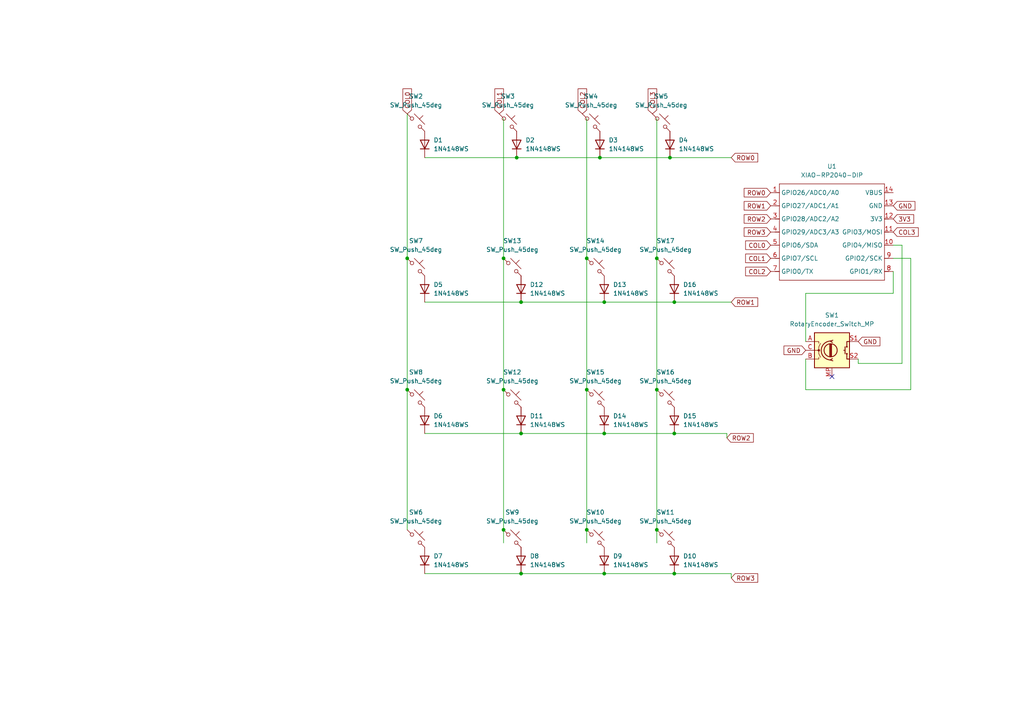
<source format=kicad_sch>
(kicad_sch (version 20250114) (generator "eeschema") (generator_version "9.0")
  (paper "A4")
  (lib_symbols
    (symbol "Device:RotaryEncoder_Switch_MP" (pin_names (offset 0.254) (hide yes))
      (property "Reference" "SW" (at 0 8.89 0))
      (property "Value" "RotaryEncoder_Switch_MP" (at 0 6.35 0))
      (symbol "RotaryEncoder_Switch_MP_0_1"
        (rectangle (start -5.08 5.08) (end 5.08 -5.08) (stroke (width 0.254)) (fill (type background)))
        (polyline (pts (xy -5.08 2.54) (xy -3.81 2.54) (xy -3.81 2.032)))
        (polyline (pts (xy -5.08 0) (xy -3.81 0) (xy -3.81 -1.016) (xy -3.302 -2.032)))
        (polyline (pts (xy -5.08 -2.54) (xy -3.81 -2.54) (xy -3.81 -2.032)))
        (polyline (pts (xy -4.318 0) (xy -3.81 0) (xy -3.81 1.016) (xy -3.302 2.032)))
        (circle (center -3.81 0) (radius 0.254) (fill (type outline)))
        (polyline (pts (xy -0.635 -1.778) (xy -0.635 1.778)) (stroke (width 0.254)))
        (circle (center -0.381 0) (radius 1.905) (stroke (width 0.254)))
        (polyline (pts (xy -0.381 -1.778) (xy -0.381 1.778)) (stroke (width 0.254)))
        (arc (start -0.381 -2.794) (mid -3.0988 -0.0635) (end -0.381 2.667) (stroke (width 0.254)))
        (polyline (pts (xy -0.127 1.778) (xy -0.127 -1.778)) (stroke (width 0.254)))
        (polyline (pts (xy 0.254 2.921) (xy -0.508 2.667) (xy 0.127 2.286)) (stroke (width 0.254)))
        (polyline (pts (xy 0.254 -3.048) (xy -0.508 -2.794) (xy 0.127 -2.413)) (stroke (width 0.254)))
        (polyline (pts (xy 3.81 1.016) (xy 3.81 -1.016)) (stroke (width 0.254)))
        (polyline (pts (xy 3.81 0) (xy 3.429 0)) (stroke (width 0.254)))
        (circle (center 4.318 1.016) (radius 0.127) (stroke (width 0.254)))
        (circle (center 4.318 -1.016) (radius 0.127) (stroke (width 0.254)))
        (polyline (pts (xy 5.08 2.54) (xy 4.318 2.54) (xy 4.318 1.016)) (stroke (width 0.254)))
        (polyline (pts (xy 5.08 -2.54) (xy 4.318 -2.54) (xy 4.318 -1.016)) (stroke (width 0.254)))
      )
      (symbol "RotaryEncoder_Switch_MP_1_1"
        (pin passive line (at -7.62 2.54 0) (length 2.54) (name "A") (number "A"))
        (pin passive line (at -7.62 0 0) (length 2.54) (name "C") (number "C"))
        (pin passive line (at -7.62 -2.54 0) (length 2.54) (name "B") (number "B"))
        (pin passive line (at 0 -7.62 90) (length 2.54) (name "MP") (number "MP"))
        (pin passive line (at 7.62 2.54 180) (length 2.54) (name "S1") (number "S1"))
        (pin passive line (at 7.62 -2.54 180) (length 2.54) (name "S2") (number "S2"))
      )
    )
    (symbol "Diode:1N4148WS" (pin_numbers (hide yes)) (pin_names (hide yes))
      (property "Reference" "D" (at 0 2.54 0))
      (property "Value" "1N4148WS" (at 0 -2.54 0))
      (symbol "1N4148WS_0_1"
        (polyline (pts (xy -1.27 1.27) (xy -1.27 -1.27)) (stroke (width 0.254)))
        (polyline (pts (xy 1.27 1.27) (xy 1.27 -1.27) (xy -1.27 0) (xy 1.27 1.27)) (stroke (width 0.254)))
        (polyline (pts (xy 1.27 0) (xy -1.27 0)))
      )
      (symbol "1N4148WS_1_1"
        (pin passive line (at -3.81 0 0) (length 2.54) (name "K") (number "1"))
        (pin passive line (at 3.81 0 180) (length 2.54) (name "A") (number "2"))
      )
    )
    (symbol "Seeed_Studio_XIAO_Series:XIAO-RP2040-DIP"
      (property "Reference" "U" (at 0 0 0))
      (property "Value" "XIAO-RP2040-DIP" (at 5.334 -1.778 0))
      (symbol "XIAO-RP2040-DIP_1_0"
        (polyline (pts (xy -1.27 -2.54) (xy 29.21 -2.54)) (stroke (width 0.1524)))
        (polyline (pts (xy -1.27 -5.08) (xy -2.54 -5.08)) (stroke (width 0.1524)))
        (polyline (pts (xy -1.27 -5.08) (xy -1.27 -2.54)) (stroke (width 0.1524)))
        (polyline (pts (xy -1.27 -8.89) (xy -2.54 -8.89)) (stroke (width 0.1524)))
        (polyline (pts (xy -1.27 -8.89) (xy -1.27 -5.08)) (stroke (width 0.1524)))
        (polyline (pts (xy -1.27 -12.7) (xy -2.54 -12.7)) (stroke (width 0.1524)))
        (polyline (pts (xy -1.27 -12.7) (xy -1.27 -8.89)) (stroke (width 0.1524)))
        (polyline (pts (xy -1.27 -16.51) (xy -2.54 -16.51)) (stroke (width 0.1524)))
        (polyline (pts (xy -1.27 -16.51) (xy -1.27 -12.7)) (stroke (width 0.1524)))
        (polyline (pts (xy -1.27 -20.32) (xy -2.54 -20.32)) (stroke (width 0.1524)))
        (polyline (pts (xy -1.27 -24.13) (xy -2.54 -24.13)) (stroke (width 0.1524)))
        (polyline (pts (xy -1.27 -27.94) (xy -2.54 -27.94)) (stroke (width 0.1524)))
        (polyline (pts (xy -1.27 -30.48) (xy -1.27 -16.51)) (stroke (width 0.1524)))
        (polyline (pts (xy 29.21 -2.54) (xy 29.21 -5.08)) (stroke (width 0.1524)))
        (polyline (pts (xy 29.21 -5.08) (xy 29.21 -8.89)) (stroke (width 0.1524)))
        (polyline (pts (xy 29.21 -8.89) (xy 29.21 -12.7)) (stroke (width 0.1524)))
        (polyline (pts (xy 29.21 -12.7) (xy 29.21 -30.48)) (stroke (width 0.1524)))
        (polyline (pts (xy 29.21 -30.48) (xy -1.27 -30.48)) (stroke (width 0.1524)))
        (polyline (pts (xy 30.48 -5.08) (xy 29.21 -5.08)) (stroke (width 0.1524)))
        (polyline (pts (xy 30.48 -8.89) (xy 29.21 -8.89)) (stroke (width 0.1524)))
        (polyline (pts (xy 30.48 -12.7) (xy 29.21 -12.7)) (stroke (width 0.1524)))
        (polyline (pts (xy 30.48 -16.51) (xy 29.21 -16.51)) (stroke (width 0.1524)))
        (polyline (pts (xy 30.48 -20.32) (xy 29.21 -20.32)) (stroke (width 0.1524)))
        (polyline (pts (xy 30.48 -24.13) (xy 29.21 -24.13)) (stroke (width 0.1524)))
        (polyline (pts (xy 30.48 -27.94) (xy 29.21 -27.94)) (stroke (width 0.1524)))
        (pin passive line (at -3.81 -5.08 0) (length 2.54) (name "GPIO26/ADC0/A0") (number "1"))
        (pin passive line (at -3.81 -8.89 0) (length 2.54) (name "GPIO27/ADC1/A1") (number "2"))
        (pin passive line (at -3.81 -12.7 0) (length 2.54) (name "GPIO28/ADC2/A2") (number "3"))
        (pin passive line (at -3.81 -16.51 0) (length 2.54) (name "GPIO29/ADC3/A3") (number "4"))
        (pin passive line (at -3.81 -20.32 0) (length 2.54) (name "GPIO6/SDA") (number "5"))
        (pin passive line (at -3.81 -24.13 0) (length 2.54) (name "GPIO7/SCL") (number "6"))
        (pin passive line (at -3.81 -27.94 0) (length 2.54) (name "GPIO0/TX") (number "7"))
        (pin passive line (at 31.75 -5.08 180) (length 2.54) (name "VBUS") (number "14"))
        (pin passive line (at 31.75 -8.89 180) (length 2.54) (name "GND") (number "13"))
        (pin passive line (at 31.75 -12.7 180) (length 2.54) (name "3V3") (number "12"))
        (pin passive line (at 31.75 -16.51 180) (length 2.54) (name "GPIO3/MOSI") (number "11"))
        (pin passive line (at 31.75 -20.32 180) (length 2.54) (name "GPIO4/MISO") (number "10"))
        (pin passive line (at 31.75 -24.13 180) (length 2.54) (name "GPIO2/SCK") (number "9"))
        (pin passive line (at 31.75 -27.94 180) (length 2.54) (name "GPIO1/RX") (number "8"))
      )
    )
    (symbol "Switch:SW_Push_45deg" (pin_numbers (hide yes)) (pin_names (offset 1.016) (hide yes))
      (property "Reference" "SW" (at 3.048 1.016 0))
      (property "Value" "SW_Push_45deg" (at 0 -3.81 0))
      (symbol "SW_Push_45deg_0_1"
        (polyline (pts (xy -2.54 2.54) (xy -1.524 1.524) (xy -1.524 1.524)))
        (circle (center -1.1684 1.1684) (radius 0.508))
        (polyline (pts (xy -0.508 2.54) (xy 2.54 -0.508)))
        (polyline (pts (xy 1.016 1.016) (xy 2.032 2.032)))
        (circle (center 1.143 -1.1938) (radius 0.508))
        (polyline (pts (xy 1.524 -1.524) (xy 2.54 -2.54) (xy 2.54 -2.54) (xy 2.54 -2.54)))
        (pin passive line (at -2.54 2.54 0) (length 0) (name "1") (number "1"))
        (pin passive line (at 2.54 -2.54 180) (length 0) (name "2") (number "2"))
      )
    )
  )
  (junction (at 146.05 153.67))
  (junction (at 146.05 74.93))
  (junction (at 170.18 74.93))
  (junction (at 173.99 45.72))
  (junction (at 170.18 113.03))
  (junction (at 151.13 166.37))
  (junction (at 151.13 125.73))
  (junction (at 190.5 153.67))
  (junction (at 118.11 74.93))
  (junction (at 118.11 113.03))
  (junction (at 170.18 153.67))
  (junction (at 195.58 166.37))
  (junction (at 175.26 125.73))
  (junction (at 175.26 166.37))
  (junction (at 195.58 125.73))
  (junction (at 149.86 45.72))
  (junction (at 190.5 74.93))
  (junction (at 190.5 113.03))
  (junction (at 195.58 87.63))
  (junction (at 146.05 113.03))
  (junction (at 175.26 87.63))
  (junction (at 194.31 45.72))
  (junction (at 151.13 87.63))
  (no_connect (at 241.3 109.22))
  (wire (pts (xy 233.68 113.03) (xy 264.16 113.03)))
  (wire (pts (xy 170.18 113.03) (xy 170.18 153.67)))
  (wire (pts (xy 190.5 74.93) (xy 190.5 113.03)))
  (wire (pts (xy 151.13 166.37) (xy 175.26 166.37)))
  (wire (pts (xy 248.92 105.41) (xy 261.62 105.41)))
  (wire (pts (xy 151.13 125.73) (xy 175.26 125.73)))
  (wire (pts (xy 190.5 34.29) (xy 190.5 74.93)))
  (wire (pts (xy 123.19 87.63) (xy 151.13 87.63)))
  (wire (pts (xy 123.19 45.72) (xy 149.86 45.72)))
  (wire (pts (xy 123.19 166.37) (xy 151.13 166.37)))
  (wire (pts (xy 233.68 99.06) (xy 233.68 85.09)))
  (wire (pts (xy 210.82 125.73) (xy 210.82 127)))
  (wire (pts (xy 170.18 74.93) (xy 170.18 113.03)))
  (wire (pts (xy 175.26 125.73) (xy 195.58 125.73)))
  (wire (pts (xy 259.08 85.09) (xy 259.08 78.74)))
  (wire (pts (xy 146.05 113.03) (xy 146.05 153.67)))
  (wire (pts (xy 170.18 34.29) (xy 170.18 74.93)))
  (wire (pts (xy 195.58 166.37) (xy 212.09 166.37)))
  (wire (pts (xy 149.86 45.72) (xy 173.99 45.72)))
  (wire (pts (xy 195.58 125.73) (xy 210.82 125.73)))
  (wire (pts (xy 233.68 85.09) (xy 259.08 85.09)))
  (wire (pts (xy 212.09 166.37) (xy 212.09 167.64)))
  (wire (pts (xy 146.05 34.29) (xy 146.05 74.93)))
  (wire (pts (xy 261.62 105.41) (xy 261.62 71.12)))
  (wire (pts (xy 190.5 153.67) (xy 190.5 157.48)))
  (wire (pts (xy 194.31 45.72) (xy 212.09 45.72)))
  (wire (pts (xy 175.26 87.63) (xy 195.58 87.63)))
  (wire (pts (xy 118.11 113.03) (xy 118.11 153.67)))
  (wire (pts (xy 259.08 74.93) (xy 264.16 74.93)))
  (wire (pts (xy 233.68 104.14) (xy 233.68 113.03)))
  (wire (pts (xy 118.11 33.02) (xy 118.11 74.93)))
  (wire (pts (xy 190.5 113.03) (xy 190.5 153.67)))
  (wire (pts (xy 123.19 125.73) (xy 151.13 125.73)))
  (wire (pts (xy 173.99 45.72) (xy 194.31 45.72)))
  (wire (pts (xy 261.62 71.12) (xy 259.08 71.12)))
  (wire (pts (xy 175.26 166.37) (xy 195.58 166.37)))
  (wire (pts (xy 146.05 153.67) (xy 146.05 157.48)))
  (wire (pts (xy 195.58 87.63) (xy 212.09 87.63)))
  (wire (pts (xy 146.05 74.93) (xy 146.05 113.03)))
  (wire (pts (xy 264.16 113.03) (xy 264.16 74.93)))
  (wire (pts (xy 170.18 153.67) (xy 170.18 157.48)))
  (wire (pts (xy 151.13 87.63) (xy 175.26 87.63)))
  (wire (pts (xy 118.11 74.93) (xy 118.11 113.03)))
  (wire (pts (xy 248.92 105.41) (xy 248.92 104.14)))
  (global_label "ROW2" (shape input) (at 210.82 127 0) (property "Intersheetrefs" "${INTERSHEET_REFS}" (effects (hide yes))))
  (global_label "COL0" (shape input) (at 223.52 71.12 180) (property "Intersheetrefs" "${INTERSHEET_REFS}" (effects (hide yes))))
  (global_label "ROW1" (shape input) (at 223.52 59.69 180) (property "Intersheetrefs" "${INTERSHEET_REFS}" (effects (hide yes))))
  (global_label "COL2" (shape input) (at 223.52 78.74 180) (property "Intersheetrefs" "${INTERSHEET_REFS}" (effects (hide yes))))
  (global_label "GND" (shape input) (at 259.08 59.69 0) (property "Intersheetrefs" "${INTERSHEET_REFS}" (effects (hide yes))))
  (global_label "COL2" (shape input) (at 168.91 33.02 90) (property "Intersheetrefs" "${INTERSHEET_REFS}" (effects (hide yes))))
  (global_label "COL1" (shape input) (at 144.78 33.02 90) (property "Intersheetrefs" "${INTERSHEET_REFS}" (effects (hide yes))))
  (global_label "GND" (shape input) (at 233.68 101.6 180) (property "Intersheetrefs" "${INTERSHEET_REFS}" (effects (hide yes))))
  (global_label "ROW3" (shape input) (at 223.52 67.31 180) (property "Intersheetrefs" "${INTERSHEET_REFS}" (effects (hide yes))))
  (global_label "ROW0" (shape input) (at 212.09 45.72 0) (property "Intersheetrefs" "${INTERSHEET_REFS}" (effects (hide yes))))
  (global_label "COL0" (shape input) (at 118.11 33.02 90) (property "Intersheetrefs" "${INTERSHEET_REFS}" (effects (hide yes))))
  (global_label "COL1" (shape input) (at 223.52 74.93 180) (property "Intersheetrefs" "${INTERSHEET_REFS}" (effects (hide yes))))
  (global_label "3V3" (shape input) (at 259.08 63.5 0) (property "Intersheetrefs" "${INTERSHEET_REFS}" (effects (hide yes))))
  (global_label "ROW0" (shape input) (at 223.52 55.88 180) (property "Intersheetrefs" "${INTERSHEET_REFS}" (effects (hide yes))))
  (global_label "GND" (shape input) (at 248.92 99.06 0) (property "Intersheetrefs" "${INTERSHEET_REFS}" (effects (hide yes))))
  (global_label "COL3" (shape input) (at 259.08 67.31 0) (property "Intersheetrefs" "${INTERSHEET_REFS}" (effects (hide yes))))
  (global_label "ROW3" (shape input) (at 212.09 167.64 0) (property "Intersheetrefs" "${INTERSHEET_REFS}" (effects (hide yes))))
  (global_label "COL3" (shape input) (at 189.23 33.02 90) (property "Intersheetrefs" "${INTERSHEET_REFS}" (effects (hide yes))))
  (global_label "ROW2" (shape input) (at 223.52 63.5 180) (property "Intersheetrefs" "${INTERSHEET_REFS}" (effects (hide yes))))
  (global_label "ROW1" (shape input) (at 212.09 87.63 0) (property "Intersheetrefs" "${INTERSHEET_REFS}" (effects (hide yes))))
  (symbol (lib_id "Diode:1N4148WS") (at 194.31 41.91 90) (unit 1)
    (property "Reference" "D4" (at 196.85 40.6399 90) (effects (justify right)))
    (property "Value" "1N4148WS" (at 196.85 43.1799 90) (effects (justify right)))
    (property "Footprint" "Diode_SMD:D_SOD-323" (effects (hide yes)))
    (property "Datasheet" "https://www.vishay.com/docs/85751/1n4148ws.pdf" (effects (hide yes)))
    (property "Description" "75V 0.15A Fast switching Diode, SOD-323" (effects (hide yes)))
    (property "Sim.Device" "D" (effects (hide yes)))
    (property "Sim.Pins" "1=K 2=A" (effects (hide yes)))
  )
  (symbol (lib_id "Diode:1N4148WS") (at 151.13 83.82 90) (unit 1)
    (property "Reference" "D12" (at 153.67 82.5499 90) (effects (justify right)))
    (property "Value" "1N4148WS" (at 153.67 85.0899 90) (effects (justify right)))
    (property "Footprint" "Diode_SMD:D_SOD-323" (effects (hide yes)))
    (property "Datasheet" "https://www.vishay.com/docs/85751/1n4148ws.pdf" (effects (hide yes)))
    (property "Description" "75V 0.15A Fast switching Diode, SOD-323" (effects (hide yes)))
    (property "Sim.Device" "D" (effects (hide yes)))
    (property "Sim.Pins" "1=K 2=A" (effects (hide yes)))
  )
  (symbol (lib_id "Switch:SW_Push_45deg") (at 148.59 156.21 0) (unit 1)
    (property "Reference" "SW9" (at 148.59 148.59 0))
    (property "Value" "SW_Push_45deg" (at 148.59 151.13 0))
    (property "Footprint" "Button_Switch_Keyboard:SW_Cherry_MX_1.00u_PCB" (effects (hide yes)))
    (property "Description" "Push button switch, normally open, two pins, 45° tilted" (effects (hide yes)))
  )
  (symbol (lib_id "Diode:1N4148WS") (at 151.13 121.92 90) (unit 1)
    (property "Reference" "D11" (at 153.67 120.6499 90) (effects (justify right)))
    (property "Value" "1N4148WS" (at 153.67 123.1899 90) (effects (justify right)))
    (property "Footprint" "Diode_SMD:D_SOD-323" (effects (hide yes)))
    (property "Datasheet" "https://www.vishay.com/docs/85751/1n4148ws.pdf" (effects (hide yes)))
    (property "Description" "75V 0.15A Fast switching Diode, SOD-323" (effects (hide yes)))
    (property "Sim.Device" "D" (effects (hide yes)))
    (property "Sim.Pins" "1=K 2=A" (effects (hide yes)))
  )
  (symbol (lib_id "Switch:SW_Push_45deg") (at 172.72 77.47 0) (unit 1)
    (property "Reference" "SW14" (at 172.72 69.85 0))
    (property "Value" "SW_Push_45deg" (at 172.72 72.39 0))
    (property "Footprint" "Button_Switch_Keyboard:SW_Cherry_MX_1.75u_PCB" (effects (hide yes)))
    (property "Description" "Push button switch, normally open, two pins, 45° tilted" (effects (hide yes)))
  )
  (symbol (lib_id "Diode:1N4148WS") (at 175.26 121.92 90) (unit 1)
    (property "Reference" "D14" (at 177.8 120.6499 90) (effects (justify right)))
    (property "Value" "1N4148WS" (at 177.8 123.1899 90) (effects (justify right)))
    (property "Footprint" "Diode_SMD:D_SOD-323" (effects (hide yes)))
    (property "Datasheet" "https://www.vishay.com/docs/85751/1n4148ws.pdf" (effects (hide yes)))
    (property "Description" "75V 0.15A Fast switching Diode, SOD-323" (effects (hide yes)))
    (property "Sim.Device" "D" (effects (hide yes)))
    (property "Sim.Pins" "1=K 2=A" (effects (hide yes)))
  )
  (symbol (lib_id "Diode:1N4148WS") (at 173.99 41.91 90) (unit 1)
    (property "Reference" "D3" (at 176.53 40.6399 90) (effects (justify right)))
    (property "Value" "1N4148WS" (at 176.53 43.1799 90) (effects (justify right)))
    (property "Footprint" "Diode_SMD:D_SOD-323" (effects (hide yes)))
    (property "Datasheet" "https://www.vishay.com/docs/85751/1n4148ws.pdf" (effects (hide yes)))
    (property "Description" "75V 0.15A Fast switching Diode, SOD-323" (effects (hide yes)))
    (property "Sim.Device" "D" (effects (hide yes)))
    (property "Sim.Pins" "1=K 2=A" (effects (hide yes)))
  )
  (symbol (lib_id "Switch:SW_Push_45deg") (at 147.32 35.56 0) (unit 1)
    (property "Reference" "SW3" (at 147.32 27.94 0))
    (property "Value" "SW_Push_45deg" (at 147.32 30.48 0))
    (property "Footprint" "Button_Switch_Keyboard:SW_Cherry_MX_2.25u_PCB" (effects (hide yes)))
    (property "Description" "Push button switch, normally open, two pins, 45° tilted" (effects (hide yes)))
  )
  (symbol (lib_id "Switch:SW_Push_45deg") (at 148.59 115.57 0) (unit 1)
    (property "Reference" "SW12" (at 148.59 107.95 0))
    (property "Value" "SW_Push_45deg" (at 148.59 110.49 0))
    (property "Footprint" "Button_Switch_Keyboard:SW_Cherry_MX_1.00u_PCB" (effects (hide yes)))
    (property "Description" "Push button switch, normally open, two pins, 45° tilted" (effects (hide yes)))
  )
  (symbol (lib_id "Diode:1N4148WS") (at 123.19 83.82 90) (unit 1)
    (property "Reference" "D5" (at 125.73 82.5499 90) (effects (justify right)))
    (property "Value" "1N4148WS" (at 125.73 85.0899 90) (effects (justify right)))
    (property "Footprint" "Diode_SMD:D_SOD-323" (effects (hide yes)))
    (property "Datasheet" "https://www.vishay.com/docs/85751/1n4148ws.pdf" (effects (hide yes)))
    (property "Description" "75V 0.15A Fast switching Diode, SOD-323" (effects (hide yes)))
    (property "Sim.Device" "D" (effects (hide yes)))
    (property "Sim.Pins" "1=K 2=A" (effects (hide yes)))
  )
  (symbol (lib_id "Diode:1N4148WS") (at 123.19 41.91 90) (unit 1)
    (property "Reference" "D1" (at 125.73 40.6399 90) (effects (justify right)))
    (property "Value" "1N4148WS" (at 125.73 43.1799 90) (effects (justify right)))
    (property "Footprint" "Diode_SMD:D_SOD-323" (effects (hide yes)))
    (property "Datasheet" "https://www.vishay.com/docs/85751/1n4148ws.pdf" (effects (hide yes)))
    (property "Description" "75V 0.15A Fast switching Diode, SOD-323" (effects (hide yes)))
    (property "Sim.Device" "D" (effects (hide yes)))
    (property "Sim.Pins" "1=K 2=A" (effects (hide yes)))
  )
  (symbol (lib_id "Seeed_Studio_XIAO_Series:XIAO-RP2040-DIP") (at 227.33 50.8 0) (unit 1)
    (property "Reference" "U1" (at 241.3 48.26 0))
    (property "Value" "XIAO-RP2040-DIP" (at 241.3 50.8 0))
    (property "Footprint" "Seeed Studio XIAO Series Library:XIAO-RP2040-DIP" (effects (hide yes)))
  )
  (symbol (lib_id "Switch:SW_Push_45deg") (at 171.45 35.56 0) (unit 1)
    (property "Reference" "SW4" (at 171.45 27.94 0))
    (property "Value" "SW_Push_45deg" (at 171.45 30.48 0))
    (property "Footprint" "Button_Switch_Keyboard:SW_Cherry_MX_1.00u_PCB" (effects (hide yes)))
    (property "Description" "Push button switch, normally open, two pins, 45° tilted" (effects (hide yes)))
  )
  (symbol (lib_id "Switch:SW_Push_45deg") (at 120.65 35.56 0) (unit 1)
    (property "Reference" "SW2" (at 120.65 27.94 0))
    (property "Value" "SW_Push_45deg" (at 120.65 30.48 0))
    (property "Footprint" "Button_Switch_Keyboard:SW_Cherry_MX_2.25u_PCB" (effects (hide yes)))
    (property "Description" "Push button switch, normally open, two pins, 45° tilted" (effects (hide yes)))
  )
  (symbol (lib_id "Switch:SW_Push_45deg") (at 193.04 77.47 0) (unit 1)
    (property "Reference" "SW17" (at 193.04 69.85 0))
    (property "Value" "SW_Push_45deg" (at 193.04 72.39 0))
    (property "Footprint" "Button_Switch_Keyboard:SW_Cherry_MX_1.00u_PCB" (effects (hide yes)))
    (property "Description" "Push button switch, normally open, two pins, 45° tilted" (effects (hide yes)))
  )
  (symbol (lib_id "Switch:SW_Push_45deg") (at 148.59 77.47 0) (unit 1)
    (property "Reference" "SW13" (at 148.59 69.85 0))
    (property "Value" "SW_Push_45deg" (at 148.59 72.39 0))
    (property "Footprint" "Button_Switch_Keyboard:SW_Cherry_MX_1.00u_PCB" (effects (hide yes)))
    (property "Description" "Push button switch, normally open, two pins, 45° tilted" (effects (hide yes)))
  )
  (symbol (lib_id "Diode:1N4148WS") (at 195.58 83.82 90) (unit 1)
    (property "Reference" "D16" (at 198.12 82.5499 90) (effects (justify right)))
    (property "Value" "1N4148WS" (at 198.12 85.0899 90) (effects (justify right)))
    (property "Footprint" "Diode_SMD:D_SOD-323" (effects (hide yes)))
    (property "Datasheet" "https://www.vishay.com/docs/85751/1n4148ws.pdf" (effects (hide yes)))
    (property "Description" "75V 0.15A Fast switching Diode, SOD-323" (effects (hide yes)))
    (property "Sim.Device" "D" (effects (hide yes)))
    (property "Sim.Pins" "1=K 2=A" (effects (hide yes)))
  )
  (symbol (lib_id "Switch:SW_Push_45deg") (at 191.77 35.56 0) (unit 1)
    (property "Reference" "SW5" (at 191.77 27.94 0))
    (property "Value" "SW_Push_45deg" (at 191.77 30.48 0))
    (property "Footprint" "Button_Switch_Keyboard:SW_Cherry_MX_1.00u_PCB" (effects (hide yes)))
    (property "Description" "Push button switch, normally open, two pins, 45° tilted" (effects (hide yes)))
  )
  (symbol (lib_id "Switch:SW_Push_45deg") (at 172.72 156.21 0) (unit 1)
    (property "Reference" "SW10" (at 172.72 148.59 0))
    (property "Value" "SW_Push_45deg" (at 172.72 151.13 0))
    (property "Footprint" "Button_Switch_Keyboard:SW_Cherry_MX_1.00u_PCB" (effects (hide yes)))
    (property "Description" "Push button switch, normally open, two pins, 45° tilted" (effects (hide yes)))
  )
  (symbol (lib_id "Diode:1N4148WS") (at 195.58 162.56 90) (unit 1)
    (property "Reference" "D10" (at 198.12 161.2899 90) (effects (justify right)))
    (property "Value" "1N4148WS" (at 198.12 163.8299 90) (effects (justify right)))
    (property "Footprint" "Diode_SMD:D_SOD-323" (effects (hide yes)))
    (property "Datasheet" "https://www.vishay.com/docs/85751/1n4148ws.pdf" (effects (hide yes)))
    (property "Description" "75V 0.15A Fast switching Diode, SOD-323" (effects (hide yes)))
    (property "Sim.Device" "D" (effects (hide yes)))
    (property "Sim.Pins" "1=K 2=A" (effects (hide yes)))
  )
  (symbol (lib_id "Switch:SW_Push_45deg") (at 120.65 115.57 0) (unit 1)
    (property "Reference" "SW8" (at 120.65 107.95 0))
    (property "Value" "SW_Push_45deg" (at 120.65 110.49 0))
    (property "Footprint" "Button_Switch_Keyboard:SW_Cherry_MX_1.00u_PCB" (effects (hide yes)))
    (property "Description" "Push button switch, normally open, two pins, 45° tilted" (effects (hide yes)))
  )
  (symbol (lib_id "Switch:SW_Push_45deg") (at 120.65 77.47 0) (unit 1)
    (property "Reference" "SW7" (at 120.65 69.85 0))
    (property "Value" "SW_Push_45deg" (at 120.65 72.39 0))
    (property "Footprint" "Button_Switch_Keyboard:SW_Cherry_MX_1.00u_PCB" (effects (hide yes)))
    (property "Description" "Push button switch, normally open, two pins, 45° tilted" (effects (hide yes)))
  )
  (symbol (lib_id "Diode:1N4148WS") (at 175.26 162.56 90) (unit 1)
    (property "Reference" "D9" (at 177.8 161.2899 90) (effects (justify right)))
    (property "Value" "1N4148WS" (at 177.8 163.8299 90) (effects (justify right)))
    (property "Footprint" "Diode_SMD:D_SOD-323" (effects (hide yes)))
    (property "Datasheet" "https://www.vishay.com/docs/85751/1n4148ws.pdf" (effects (hide yes)))
    (property "Description" "75V 0.15A Fast switching Diode, SOD-323" (effects (hide yes)))
    (property "Sim.Device" "D" (effects (hide yes)))
    (property "Sim.Pins" "1=K 2=A" (effects (hide yes)))
  )
  (symbol (lib_id "Switch:SW_Push_45deg") (at 172.72 115.57 0) (unit 1)
    (property "Reference" "SW15" (at 172.72 107.95 0))
    (property "Value" "SW_Push_45deg" (at 172.72 110.49 0))
    (property "Footprint" "Button_Switch_Keyboard:SW_Cherry_MX_1.00u_PCB" (effects (hide yes)))
    (property "Description" "Push button switch, normally open, two pins, 45° tilted" (effects (hide yes)))
  )
  (symbol (lib_id "Diode:1N4148WS") (at 195.58 121.92 90) (unit 1)
    (property "Reference" "D15" (at 198.12 120.6499 90) (effects (justify right)))
    (property "Value" "1N4148WS" (at 198.12 123.1899 90) (effects (justify right)))
    (property "Footprint" "Diode_SMD:D_SOD-323" (effects (hide yes)))
    (property "Datasheet" "https://www.vishay.com/docs/85751/1n4148ws.pdf" (effects (hide yes)))
    (property "Description" "75V 0.15A Fast switching Diode, SOD-323" (effects (hide yes)))
    (property "Sim.Device" "D" (effects (hide yes)))
    (property "Sim.Pins" "1=K 2=A" (effects (hide yes)))
  )
  (symbol (lib_id "Switch:SW_Push_45deg") (at 120.65 156.21 0) (unit 1)
    (property "Reference" "SW6" (at 120.65 148.59 0))
    (property "Value" "SW_Push_45deg" (at 120.65 151.13 0))
    (property "Footprint" "Button_Switch_Keyboard:SW_Cherry_MX_1.00u_PCB" (effects (hide yes)))
    (property "Description" "Push button switch, normally open, two pins, 45° tilted" (effects (hide yes)))
  )
  (symbol (lib_id "Diode:1N4148WS") (at 149.86 41.91 90) (unit 1)
    (property "Reference" "D2" (at 152.4 40.6399 90) (effects (justify right)))
    (property "Value" "1N4148WS" (at 152.4 43.1799 90) (effects (justify right)))
    (property "Footprint" "Diode_SMD:D_SOD-323" (effects (hide yes)))
    (property "Datasheet" "https://www.vishay.com/docs/85751/1n4148ws.pdf" (effects (hide yes)))
    (property "Description" "75V 0.15A Fast switching Diode, SOD-323" (effects (hide yes)))
    (property "Sim.Device" "D" (effects (hide yes)))
    (property "Sim.Pins" "1=K 2=A" (effects (hide yes)))
  )
  (symbol (lib_id "Switch:SW_Push_45deg") (at 193.04 115.57 0) (unit 1)
    (property "Reference" "SW16" (at 193.04 107.95 0))
    (property "Value" "SW_Push_45deg" (at 193.04 110.49 0))
    (property "Footprint" "Button_Switch_Keyboard:SW_Cherry_MX_1.00u_PCB" (effects (hide yes)))
    (property "Description" "Push button switch, normally open, two pins, 45° tilted" (effects (hide yes)))
  )
  (symbol (lib_id "Diode:1N4148WS") (at 123.19 162.56 90) (unit 1)
    (property "Reference" "D7" (at 125.73 161.2899 90) (effects (justify right)))
    (property "Value" "1N4148WS" (at 125.73 163.8299 90) (effects (justify right)))
    (property "Footprint" "Diode_SMD:D_SOD-323" (effects (hide yes)))
    (property "Datasheet" "https://www.vishay.com/docs/85751/1n4148ws.pdf" (effects (hide yes)))
    (property "Description" "75V 0.15A Fast switching Diode, SOD-323" (effects (hide yes)))
    (property "Sim.Device" "D" (effects (hide yes)))
    (property "Sim.Pins" "1=K 2=A" (effects (hide yes)))
  )
  (symbol (lib_id "Switch:SW_Push_45deg") (at 193.04 156.21 0) (unit 1)
    (property "Reference" "SW11" (at 193.04 148.59 0))
    (property "Value" "SW_Push_45deg" (at 193.04 151.13 0))
    (property "Footprint" "Button_Switch_Keyboard:SW_Cherry_MX_1.00u_PCB" (effects (hide yes)))
    (property "Description" "Push button switch, normally open, two pins, 45° tilted" (effects (hide yes)))
  )
  (symbol (lib_id "Diode:1N4148WS") (at 123.19 121.92 90) (unit 1)
    (property "Reference" "D6" (at 125.73 120.6499 90) (effects (justify right)))
    (property "Value" "1N4148WS" (at 125.73 123.1899 90) (effects (justify right)))
    (property "Footprint" "Diode_SMD:D_SOD-323" (effects (hide yes)))
    (property "Datasheet" "https://www.vishay.com/docs/85751/1n4148ws.pdf" (effects (hide yes)))
    (property "Description" "75V 0.15A Fast switching Diode, SOD-323" (effects (hide yes)))
    (property "Sim.Device" "D" (effects (hide yes)))
    (property "Sim.Pins" "1=K 2=A" (effects (hide yes)))
  )
  (symbol (lib_id "Device:RotaryEncoder_Switch_MP") (at 241.3 101.6 0) (unit 1)
    (property "Reference" "SW1" (at 241.3 91.44 0))
    (property "Value" "RotaryEncoder_Switch_MP" (at 241.3 93.98 0))
    (property "Footprint" "Rotary_Encoder:RotaryEncoder_Alps_EC11E-Switch_Vertical_H20mm_MountingHoles" (effects (hide yes)))
    (property "Description" "Rotary encoder, dual channel, incremental quadrate outputs, with switch and MP Pin" (effects (hide yes)))
  )
  (symbol (lib_id "Diode:1N4148WS") (at 151.13 162.56 90) (unit 1)
    (property "Reference" "D8" (at 153.67 161.2899 90) (effects (justify right)))
    (property "Value" "1N4148WS" (at 153.67 163.8299 90) (effects (justify right)))
    (property "Footprint" "Diode_SMD:D_SOD-323" (effects (hide yes)))
    (property "Datasheet" "https://www.vishay.com/docs/85751/1n4148ws.pdf" (effects (hide yes)))
    (property "Description" "75V 0.15A Fast switching Diode, SOD-323" (effects (hide yes)))
    (property "Sim.Device" "D" (effects (hide yes)))
    (property "Sim.Pins" "1=K 2=A" (effects (hide yes)))
  )
  (symbol (lib_id "Diode:1N4148WS") (at 175.26 83.82 90) (unit 1)
    (property "Reference" "D13" (at 177.8 82.5499 90) (effects (justify right)))
    (property "Value" "1N4148WS" (at 177.8 85.0899 90) (effects (justify right)))
    (property "Footprint" "Diode_SMD:D_SOD-323" (effects (hide yes)))
    (property "Datasheet" "https://www.vishay.com/docs/85751/1n4148ws.pdf" (effects (hide yes)))
    (property "Description" "75V 0.15A Fast switching Diode, SOD-323" (effects (hide yes)))
    (property "Sim.Device" "D" (effects (hide yes)))
    (property "Sim.Pins" "1=K 2=A" (effects (hide yes)))
  )
)
</source>
